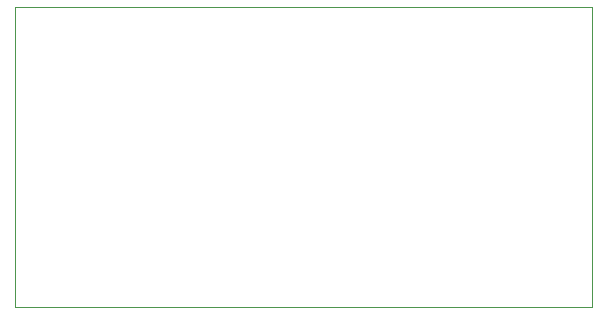
<source format=gm1>
G04 #@! TF.GenerationSoftware,KiCad,Pcbnew,5.1.5*
G04 #@! TF.CreationDate,2020-05-30T11:49:08+02:00*
G04 #@! TF.ProjectId,PIV_CDMix,5049565f-4344-44d6-9978-2e6b69636164,rev?*
G04 #@! TF.SameCoordinates,Original*
G04 #@! TF.FileFunction,Profile,NP*
%FSLAX46Y46*%
G04 Gerber Fmt 4.6, Leading zero omitted, Abs format (unit mm)*
G04 Created by KiCad (PCBNEW 5.1.5) date 2020-05-30 11:49:08*
%MOMM*%
%LPD*%
G04 APERTURE LIST*
%ADD10C,0.050000*%
G04 APERTURE END LIST*
D10*
X123825000Y-93345000D02*
X123825000Y-118745000D01*
X172720000Y-93345000D02*
X123825000Y-93345000D01*
X172720000Y-118745000D02*
X172720000Y-93345000D01*
X123825000Y-118745000D02*
X172720000Y-118745000D01*
M02*

</source>
